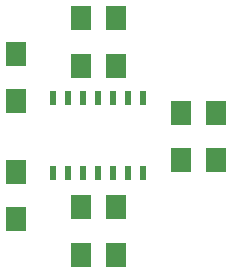
<source format=gbr>
G04 #@! TF.GenerationSoftware,KiCad,Pcbnew,6.0.2+dfsg-1*
G04 #@! TF.CreationDate,2022-10-10T23:20:55+02:00*
G04 #@! TF.ProjectId,buffered_multiple,62756666-6572-4656-945f-6d756c746970,rev?*
G04 #@! TF.SameCoordinates,Original*
G04 #@! TF.FileFunction,Paste,Bot*
G04 #@! TF.FilePolarity,Positive*
%FSLAX46Y46*%
G04 Gerber Fmt 4.6, Leading zero omitted, Abs format (unit mm)*
G04 Created by KiCad (PCBNEW 6.0.2+dfsg-1) date 2022-10-10 23:20:55*
%MOMM*%
%LPD*%
G01*
G04 APERTURE LIST*
%ADD10R,0.508000X1.143000*%
%ADD11R,1.700000X2.000000*%
G04 APERTURE END LIST*
D10*
X198690000Y-109198000D03*
X199960000Y-109198000D03*
X201230000Y-109198000D03*
X202500000Y-109198000D03*
X203770000Y-109198000D03*
X205040000Y-109198000D03*
X206310000Y-109198000D03*
X206310000Y-115548000D03*
X205040000Y-115548000D03*
X203770000Y-115548000D03*
X202500000Y-115548000D03*
X201230000Y-115548000D03*
X199960000Y-115548000D03*
X198690000Y-115548000D03*
D11*
X204000000Y-106500000D03*
X204000000Y-102500000D03*
X201000000Y-102500000D03*
X201000000Y-106500000D03*
X212500000Y-110500000D03*
X212500000Y-114500000D03*
X209500000Y-114500000D03*
X209500000Y-110500000D03*
X204000000Y-122500000D03*
X204000000Y-118500000D03*
X201000000Y-118500000D03*
X201000000Y-122500000D03*
X195500000Y-119500000D03*
X195500000Y-115500000D03*
X195500000Y-109500000D03*
X195500000Y-105500000D03*
M02*

</source>
